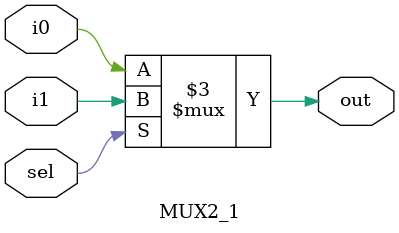
<source format=v>
`timescale 1ns / 1ps

module MUX2_1(input i0,input i1, input sel, output reg out);
    always @(*) begin
        if(sel) out=i1;
        else out=i0;
    end
        
endmodule

</source>
